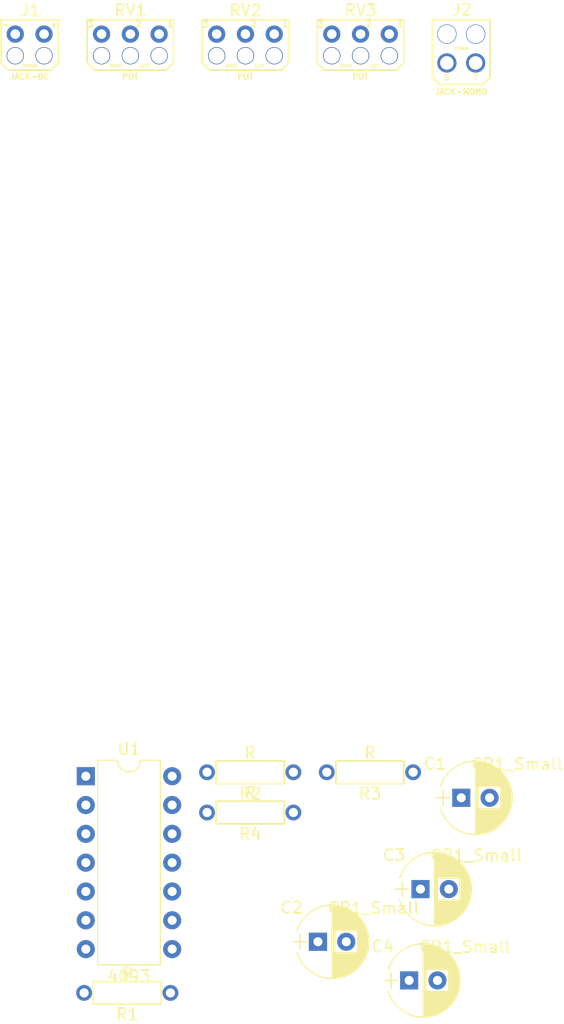
<source format=kicad_pcb>
(kicad_pcb (version 20171130) (host pcbnew "(5.1.5)-3")

  (general
    (thickness 1.6)
    (drawings 0)
    (tracks 0)
    (zones 0)
    (modules 14)
    (nets 15)
  )

  (page A4)
  (layers
    (0 F.Cu signal)
    (31 B.Cu signal)
    (32 B.Adhes user)
    (33 F.Adhes user)
    (34 B.Paste user)
    (35 F.Paste user)
    (36 B.SilkS user)
    (37 F.SilkS user)
    (38 B.Mask user)
    (39 F.Mask user)
    (40 Dwgs.User user)
    (41 Cmts.User user)
    (42 Eco1.User user)
    (43 Eco2.User user)
    (44 Edge.Cuts user)
    (45 Margin user)
    (46 B.CrtYd user)
    (47 F.CrtYd user)
    (48 B.Fab user)
    (49 F.Fab user)
  )

  (setup
    (last_trace_width 0.25)
    (trace_clearance 0.2)
    (zone_clearance 0.508)
    (zone_45_only no)
    (trace_min 0.2)
    (via_size 0.8)
    (via_drill 0.4)
    (via_min_size 0.4)
    (via_min_drill 0.3)
    (uvia_size 0.3)
    (uvia_drill 0.1)
    (uvias_allowed no)
    (uvia_min_size 0.2)
    (uvia_min_drill 0.1)
    (edge_width 0.05)
    (segment_width 0.2)
    (pcb_text_width 0.3)
    (pcb_text_size 1.5 1.5)
    (mod_edge_width 0.12)
    (mod_text_size 1 1)
    (mod_text_width 0.15)
    (pad_size 1.524 1.524)
    (pad_drill 0.762)
    (pad_to_mask_clearance 0.051)
    (solder_mask_min_width 0.25)
    (aux_axis_origin 0 0)
    (visible_elements FFFFFF7F)
    (pcbplotparams
      (layerselection 0x010fc_ffffffff)
      (usegerberextensions false)
      (usegerberattributes false)
      (usegerberadvancedattributes false)
      (creategerberjobfile false)
      (excludeedgelayer true)
      (linewidth 0.100000)
      (plotframeref false)
      (viasonmask false)
      (mode 1)
      (useauxorigin false)
      (hpglpennumber 1)
      (hpglpenspeed 20)
      (hpglpendiameter 15.000000)
      (psnegative false)
      (psa4output false)
      (plotreference true)
      (plotvalue true)
      (plotinvisibletext false)
      (padsonsilk false)
      (subtractmaskfromsilk false)
      (outputformat 1)
      (mirror false)
      (drillshape 1)
      (scaleselection 1)
      (outputdirectory ""))
  )

  (net 0 "")
  (net 1 GND)
  (net 2 "Net-(C1-Pad1)")
  (net 3 "Net-(C2-Pad1)")
  (net 4 "Net-(C3-Pad1)")
  (net 5 "Net-(C4-Pad2)")
  (net 6 "Net-(C4-Pad1)")
  (net 7 +9V)
  (net 8 "Net-(J2-Pad1)")
  (net 9 "Net-(R1-Pad2)")
  (net 10 "Net-(R1-Pad1)")
  (net 11 "Net-(R2-Pad2)")
  (net 12 "Net-(R2-Pad1)")
  (net 13 "Net-(R3-Pad2)")
  (net 14 "Net-(R3-Pad1)")

  (net_class Default "This is the default net class."
    (clearance 0.2)
    (trace_width 0.25)
    (via_dia 0.8)
    (via_drill 0.4)
    (uvia_dia 0.3)
    (uvia_drill 0.1)
    (add_net +9V)
    (add_net GND)
    (add_net "Net-(C1-Pad1)")
    (add_net "Net-(C2-Pad1)")
    (add_net "Net-(C3-Pad1)")
    (add_net "Net-(C4-Pad1)")
    (add_net "Net-(C4-Pad2)")
    (add_net "Net-(J2-Pad1)")
    (add_net "Net-(R1-Pad1)")
    (add_net "Net-(R1-Pad2)")
    (add_net "Net-(R2-Pad1)")
    (add_net "Net-(R2-Pad2)")
    (add_net "Net-(R3-Pad1)")
    (add_net "Net-(R3-Pad2)")
  )

  (module 4ms_Package_DIP:DIP-14_W7.62mm (layer F.Cu) (tedit 5A849021) (tstamp 5E609AB9)
    (at 109.1 107.37)
    (descr "14-lead dip package, row spacing 7.62 mm (300 mils)")
    (tags "DIL DIP PDIP 2.54mm 7.62mm 300mil")
    (path /5E609C3F)
    (fp_text reference U1 (at 3.81 -2.44) (layer F.SilkS)
      (effects (font (size 1 1) (thickness 0.15)))
    )
    (fp_text value 4093 (at 3.81 17.58) (layer F.SilkS)
      (effects (font (size 1 1) (thickness 0.15)))
    )
    (fp_text user "" (at 3.81 7.57) (layer F.SilkS)
      (effects (font (size 1 1) (thickness 0.15)))
    )
    (fp_line (start 2.81 -1.44) (end 1.04 -1.44) (layer F.SilkS) (width 0.12))
    (fp_line (start 1.04 -1.44) (end 1.04 16.58) (layer F.SilkS) (width 0.12))
    (fp_line (start 1.04 16.58) (end 6.58 16.58) (layer F.SilkS) (width 0.12))
    (fp_line (start 6.58 16.58) (end 6.58 -1.44) (layer F.SilkS) (width 0.12))
    (fp_line (start 6.58 -1.44) (end 4.81 -1.44) (layer F.SilkS) (width 0.12))
    (fp_line (start -1.1 -1.65) (end -1.1 16.75) (layer F.CrtYd) (width 0.05))
    (fp_line (start -1.1 16.75) (end 8.7 16.75) (layer F.CrtYd) (width 0.05))
    (fp_line (start 8.7 16.75) (end 8.7 -1.65) (layer F.CrtYd) (width 0.05))
    (fp_line (start 8.7 -1.65) (end -1.1 -1.65) (layer F.CrtYd) (width 0.05))
    (fp_arc (start 3.81 -1.44) (end 2.81 -1.44) (angle -180) (layer F.SilkS) (width 0.12))
    (pad 1 thru_hole rect (at 0 -0.05) (size 1.6 1.6) (drill 0.8) (layers *.Cu *.Mask)
      (net 2 "Net-(C1-Pad1)"))
    (pad 8 thru_hole oval (at 7.62 15.19) (size 1.6 1.6) (drill 0.8) (layers *.Cu *.Mask)
      (net 4 "Net-(C3-Pad1)"))
    (pad 2 thru_hole oval (at 0 2.49) (size 1.6 1.6) (drill 0.8) (layers *.Cu *.Mask)
      (net 2 "Net-(C1-Pad1)"))
    (pad 9 thru_hole oval (at 7.62 12.65) (size 1.6 1.6) (drill 0.8) (layers *.Cu *.Mask)
      (net 11 "Net-(R2-Pad2)"))
    (pad 3 thru_hole oval (at 0 5.03) (size 1.6 1.6) (drill 0.8) (layers *.Cu *.Mask)
      (net 9 "Net-(R1-Pad2)"))
    (pad 10 thru_hole oval (at 7.62 10.11) (size 1.6 1.6) (drill 0.8) (layers *.Cu *.Mask)
      (net 13 "Net-(R3-Pad2)"))
    (pad 4 thru_hole oval (at 0 7.57) (size 1.6 1.6) (drill 0.8) (layers *.Cu *.Mask)
      (net 11 "Net-(R2-Pad2)"))
    (pad 11 thru_hole oval (at 7.62 7.57) (size 1.6 1.6) (drill 0.8) (layers *.Cu *.Mask)
      (net 6 "Net-(C4-Pad1)"))
    (pad 5 thru_hole oval (at 0 10.11) (size 1.6 1.6) (drill 0.8) (layers *.Cu *.Mask)
      (net 3 "Net-(C2-Pad1)"))
    (pad 12 thru_hole oval (at 7.62 5.03) (size 1.6 1.6) (drill 0.8) (layers *.Cu *.Mask)
      (net 9 "Net-(R1-Pad2)"))
    (pad 6 thru_hole oval (at 0 12.65) (size 1.6 1.6) (drill 0.8) (layers *.Cu *.Mask)
      (net 3 "Net-(C2-Pad1)"))
    (pad 13 thru_hole oval (at 7.62 2.49) (size 1.6 1.6) (drill 0.8) (layers *.Cu *.Mask)
      (net 13 "Net-(R3-Pad2)"))
    (pad 7 thru_hole oval (at 0 15.19) (size 1.6 1.6) (drill 0.8) (layers *.Cu *.Mask)
      (net 1 GND))
    (pad 14 thru_hole oval (at 7.62 -0.05) (size 1.6 1.6) (drill 0.8) (layers *.Cu *.Mask)
      (net 7 +9V))
    (model ${KISYS3DMOD}/Housings_DIP.3dshapes/DIP-14_W7.62mm.wrl
      (at (xyz 0 0 0))
      (scale (xyz 1 1 1))
      (rotate (xyz 0 0 0))
    )
  )

  (module zfoot:Pot_Wired (layer F.Cu) (tedit 5A32E5F2) (tstamp 5E609A9C)
    (at 133.35 41.91 180)
    (path /5E62DED7)
    (fp_text reference RV3 (at 0 2.0955) (layer F.SilkS)
      (effects (font (size 1 1) (thickness 0.15)))
    )
    (fp_text value POT (at 0 -3.7465) (layer F.SilkS)
      (effects (font (size 0.5 0.5) (thickness 0.125)))
    )
    (fp_text user RIGHT (at 1.27 -2.794) (layer F.SilkS)
      (effects (font (size 0.25 0.25) (thickness 0.0625)))
    )
    (fp_text user 2 (at -0.725 0.875) (layer F.SilkS)
      (effects (font (size 0.5 0.5) (thickness 0.125)))
    )
    (fp_line (start 3.175 -3.175) (end -0.635 -3.175) (layer F.SilkS) (width 0.15))
    (fp_line (start -1.27 1.27) (end 3.81 1.27) (layer F.SilkS) (width 0.15))
    (fp_line (start -3.81 1.27) (end 1.27 1.27) (layer F.SilkS) (width 0.15))
    (fp_line (start 3.81 1.27) (end 3.81 -2.54) (layer F.SilkS) (width 0.15))
    (fp_line (start 3.81 -2.54) (end 3.175 -3.175) (layer F.SilkS) (width 0.15))
    (fp_line (start 0.635 -3.175) (end -3.175 -3.175) (layer F.SilkS) (width 0.15))
    (fp_line (start -3.175 -3.175) (end -3.81 -2.54) (layer F.SilkS) (width 0.15))
    (fp_line (start -3.81 -2.54) (end -3.81 1.27) (layer F.SilkS) (width 0.15))
    (fp_text user 1 (at -3.5 0.875) (layer F.SilkS)
      (effects (font (size 0.5 0.5) (thickness 0.125)))
    )
    (fp_text user 3 (at 3.5 0.85) (layer F.SilkS)
      (effects (font (size 0.5 0.5) (thickness 0.125)))
    )
    (fp_text user LEFT (at -1.27 -2.794) (layer F.SilkS)
      (effects (font (size 0.25 0.25) (thickness 0.0625)))
    )
    (pad "" thru_hole circle (at 2.54 -1.905 180) (size 1.524 1.524) (drill 1.4) (layers *.Cu *.Mask))
    (pad 3 thru_hole circle (at 2.54 0 180) (size 1.524 1.524) (drill 0.85) (layers *.Cu *.Mask)
      (net 14 "Net-(R3-Pad1)"))
    (pad 1 thru_hole circle (at -2.54 0 180) (size 1.524 1.524) (drill 0.85) (layers *.Cu *.Mask)
      (net 4 "Net-(C3-Pad1)"))
    (pad 2 thru_hole circle (at 0 0 180) (size 1.524 1.524) (drill 0.85) (layers *.Cu *.Mask)
      (net 14 "Net-(R3-Pad1)"))
    (pad "" thru_hole circle (at -2.54 -1.905 180) (size 1.524 1.524) (drill 1.4) (layers *.Cu *.Mask))
    (pad "" thru_hole circle (at 0 -1.905 180) (size 1.524 1.524) (drill 1.4) (layers *.Cu *.Mask))
  )

  (module zfoot:Pot_Wired (layer F.Cu) (tedit 5A32E5F2) (tstamp 5E609A85)
    (at 123.19 41.91 180)
    (path /5E6396CE)
    (fp_text reference RV2 (at 0 2.0955) (layer F.SilkS)
      (effects (font (size 1 1) (thickness 0.15)))
    )
    (fp_text value POT (at 0 -3.7465) (layer F.SilkS)
      (effects (font (size 0.5 0.5) (thickness 0.125)))
    )
    (fp_text user RIGHT (at 1.27 -2.794) (layer F.SilkS)
      (effects (font (size 0.25 0.25) (thickness 0.0625)))
    )
    (fp_text user 2 (at -0.725 0.875) (layer F.SilkS)
      (effects (font (size 0.5 0.5) (thickness 0.125)))
    )
    (fp_line (start 3.175 -3.175) (end -0.635 -3.175) (layer F.SilkS) (width 0.15))
    (fp_line (start -1.27 1.27) (end 3.81 1.27) (layer F.SilkS) (width 0.15))
    (fp_line (start -3.81 1.27) (end 1.27 1.27) (layer F.SilkS) (width 0.15))
    (fp_line (start 3.81 1.27) (end 3.81 -2.54) (layer F.SilkS) (width 0.15))
    (fp_line (start 3.81 -2.54) (end 3.175 -3.175) (layer F.SilkS) (width 0.15))
    (fp_line (start 0.635 -3.175) (end -3.175 -3.175) (layer F.SilkS) (width 0.15))
    (fp_line (start -3.175 -3.175) (end -3.81 -2.54) (layer F.SilkS) (width 0.15))
    (fp_line (start -3.81 -2.54) (end -3.81 1.27) (layer F.SilkS) (width 0.15))
    (fp_text user 1 (at -3.5 0.875) (layer F.SilkS)
      (effects (font (size 0.5 0.5) (thickness 0.125)))
    )
    (fp_text user 3 (at 3.5 0.85) (layer F.SilkS)
      (effects (font (size 0.5 0.5) (thickness 0.125)))
    )
    (fp_text user LEFT (at -1.27 -2.794) (layer F.SilkS)
      (effects (font (size 0.25 0.25) (thickness 0.0625)))
    )
    (pad "" thru_hole circle (at 2.54 -1.905 180) (size 1.524 1.524) (drill 1.4) (layers *.Cu *.Mask))
    (pad 3 thru_hole circle (at 2.54 0 180) (size 1.524 1.524) (drill 0.85) (layers *.Cu *.Mask)
      (net 12 "Net-(R2-Pad1)"))
    (pad 1 thru_hole circle (at -2.54 0 180) (size 1.524 1.524) (drill 0.85) (layers *.Cu *.Mask)
      (net 3 "Net-(C2-Pad1)"))
    (pad 2 thru_hole circle (at 0 0 180) (size 1.524 1.524) (drill 0.85) (layers *.Cu *.Mask)
      (net 12 "Net-(R2-Pad1)"))
    (pad "" thru_hole circle (at -2.54 -1.905 180) (size 1.524 1.524) (drill 1.4) (layers *.Cu *.Mask))
    (pad "" thru_hole circle (at 0 -1.905 180) (size 1.524 1.524) (drill 1.4) (layers *.Cu *.Mask))
  )

  (module zfoot:Pot_Wired (layer F.Cu) (tedit 5A32E5F2) (tstamp 5E609A6E)
    (at 113.03 41.91 180)
    (path /5E627817)
    (fp_text reference RV1 (at 0 2.0955) (layer F.SilkS)
      (effects (font (size 1 1) (thickness 0.15)))
    )
    (fp_text value POT (at 0 -3.7465) (layer F.SilkS)
      (effects (font (size 0.5 0.5) (thickness 0.125)))
    )
    (fp_text user RIGHT (at 1.27 -2.794) (layer F.SilkS)
      (effects (font (size 0.25 0.25) (thickness 0.0625)))
    )
    (fp_text user 2 (at -0.725 0.875) (layer F.SilkS)
      (effects (font (size 0.5 0.5) (thickness 0.125)))
    )
    (fp_line (start 3.175 -3.175) (end -0.635 -3.175) (layer F.SilkS) (width 0.15))
    (fp_line (start -1.27 1.27) (end 3.81 1.27) (layer F.SilkS) (width 0.15))
    (fp_line (start -3.81 1.27) (end 1.27 1.27) (layer F.SilkS) (width 0.15))
    (fp_line (start 3.81 1.27) (end 3.81 -2.54) (layer F.SilkS) (width 0.15))
    (fp_line (start 3.81 -2.54) (end 3.175 -3.175) (layer F.SilkS) (width 0.15))
    (fp_line (start 0.635 -3.175) (end -3.175 -3.175) (layer F.SilkS) (width 0.15))
    (fp_line (start -3.175 -3.175) (end -3.81 -2.54) (layer F.SilkS) (width 0.15))
    (fp_line (start -3.81 -2.54) (end -3.81 1.27) (layer F.SilkS) (width 0.15))
    (fp_text user 1 (at -3.5 0.875) (layer F.SilkS)
      (effects (font (size 0.5 0.5) (thickness 0.125)))
    )
    (fp_text user 3 (at 3.5 0.85) (layer F.SilkS)
      (effects (font (size 0.5 0.5) (thickness 0.125)))
    )
    (fp_text user LEFT (at -1.27 -2.794) (layer F.SilkS)
      (effects (font (size 0.25 0.25) (thickness 0.0625)))
    )
    (pad "" thru_hole circle (at 2.54 -1.905 180) (size 1.524 1.524) (drill 1.4) (layers *.Cu *.Mask))
    (pad 3 thru_hole circle (at 2.54 0 180) (size 1.524 1.524) (drill 0.85) (layers *.Cu *.Mask)
      (net 10 "Net-(R1-Pad1)"))
    (pad 1 thru_hole circle (at -2.54 0 180) (size 1.524 1.524) (drill 0.85) (layers *.Cu *.Mask)
      (net 2 "Net-(C1-Pad1)"))
    (pad 2 thru_hole circle (at 0 0 180) (size 1.524 1.524) (drill 0.85) (layers *.Cu *.Mask)
      (net 10 "Net-(R1-Pad1)"))
    (pad "" thru_hole circle (at -2.54 -1.905 180) (size 1.524 1.524) (drill 1.4) (layers *.Cu *.Mask))
    (pad "" thru_hole circle (at 0 -1.905 180) (size 1.524 1.524) (drill 1.4) (layers *.Cu *.Mask))
  )

  (module 4ms_Resistor:R_Axial_DIN0207_L6.3mm_D2.5mm_P7.62mm_Horizontal (layer F.Cu) (tedit 5A3C124F) (tstamp 5E609A57)
    (at 123.61 110.52)
    (descr "Resitance 3 pas")
    (tags R)
    (path /5E611333)
    (fp_text reference R4 (at 0 1.89) (layer F.SilkS)
      (effects (font (size 1.016 1.016) (thickness 0.1524)))
    )
    (fp_text value R (at 0 -1.71) (layer F.SilkS)
      (effects (font (size 1.016 1.016) (thickness 0.1524)))
    )
    (fp_line (start -4.76 1.25) (end -4.76 -1.25) (layer F.CrtYd) (width 0.05))
    (fp_line (start 4.76 1.25) (end -4.76 1.25) (layer F.CrtYd) (width 0.05))
    (fp_line (start 4.76 -1.25) (end 4.76 1.25) (layer F.CrtYd) (width 0.05))
    (fp_line (start -4.76 -1.25) (end 4.76 -1.25) (layer F.CrtYd) (width 0.05))
    (fp_line (start 3 1) (end 3 -1) (layer F.SilkS) (width 0.15))
    (fp_line (start -3 1) (end 3 1) (layer F.SilkS) (width 0.15))
    (fp_line (start -3 -1) (end -3 1) (layer F.SilkS) (width 0.15))
    (fp_line (start 3 -1) (end -3 -1) (layer F.SilkS) (width 0.15))
    (pad 2 thru_hole circle (at 3.81 0) (size 1.397 1.397) (drill 0.8128) (layers *.Cu *.Mask)
      (net 5 "Net-(C4-Pad2)"))
    (pad 1 thru_hole circle (at -3.81 0) (size 1.397 1.397) (drill 0.8128) (layers *.Cu *.Mask)
      (net 8 "Net-(J2-Pad1)"))
    (model Discret.3dshapes/R3.wrl
      (at (xyz 0 0 0))
      (scale (xyz 0.3 0.3 0.3))
      (rotate (xyz 0 0 0))
    )
  )

  (module 4ms_Resistor:R_Axial_DIN0207_L6.3mm_D2.5mm_P7.62mm_Horizontal (layer F.Cu) (tedit 5A3C124F) (tstamp 5E609A49)
    (at 134.18 106.97)
    (descr "Resitance 3 pas")
    (tags R)
    (path /5E62DEBB)
    (fp_text reference R3 (at 0 1.89) (layer F.SilkS)
      (effects (font (size 1.016 1.016) (thickness 0.1524)))
    )
    (fp_text value R (at 0 -1.71) (layer F.SilkS)
      (effects (font (size 1.016 1.016) (thickness 0.1524)))
    )
    (fp_line (start -4.76 1.25) (end -4.76 -1.25) (layer F.CrtYd) (width 0.05))
    (fp_line (start 4.76 1.25) (end -4.76 1.25) (layer F.CrtYd) (width 0.05))
    (fp_line (start 4.76 -1.25) (end 4.76 1.25) (layer F.CrtYd) (width 0.05))
    (fp_line (start -4.76 -1.25) (end 4.76 -1.25) (layer F.CrtYd) (width 0.05))
    (fp_line (start 3 1) (end 3 -1) (layer F.SilkS) (width 0.15))
    (fp_line (start -3 1) (end 3 1) (layer F.SilkS) (width 0.15))
    (fp_line (start -3 -1) (end -3 1) (layer F.SilkS) (width 0.15))
    (fp_line (start 3 -1) (end -3 -1) (layer F.SilkS) (width 0.15))
    (pad 2 thru_hole circle (at 3.81 0) (size 1.397 1.397) (drill 0.8128) (layers *.Cu *.Mask)
      (net 13 "Net-(R3-Pad2)"))
    (pad 1 thru_hole circle (at -3.81 0) (size 1.397 1.397) (drill 0.8128) (layers *.Cu *.Mask)
      (net 14 "Net-(R3-Pad1)"))
    (model Discret.3dshapes/R3.wrl
      (at (xyz 0 0 0))
      (scale (xyz 0.3 0.3 0.3))
      (rotate (xyz 0 0 0))
    )
  )

  (module 4ms_Resistor:R_Axial_DIN0207_L6.3mm_D2.5mm_P7.62mm_Horizontal (layer F.Cu) (tedit 5A3C124F) (tstamp 5E609A3B)
    (at 123.61 106.97)
    (descr "Resitance 3 pas")
    (tags R)
    (path /5E6396B2)
    (fp_text reference R2 (at 0 1.89) (layer F.SilkS)
      (effects (font (size 1.016 1.016) (thickness 0.1524)))
    )
    (fp_text value R (at 0 -1.71) (layer F.SilkS)
      (effects (font (size 1.016 1.016) (thickness 0.1524)))
    )
    (fp_line (start -4.76 1.25) (end -4.76 -1.25) (layer F.CrtYd) (width 0.05))
    (fp_line (start 4.76 1.25) (end -4.76 1.25) (layer F.CrtYd) (width 0.05))
    (fp_line (start 4.76 -1.25) (end 4.76 1.25) (layer F.CrtYd) (width 0.05))
    (fp_line (start -4.76 -1.25) (end 4.76 -1.25) (layer F.CrtYd) (width 0.05))
    (fp_line (start 3 1) (end 3 -1) (layer F.SilkS) (width 0.15))
    (fp_line (start -3 1) (end 3 1) (layer F.SilkS) (width 0.15))
    (fp_line (start -3 -1) (end -3 1) (layer F.SilkS) (width 0.15))
    (fp_line (start 3 -1) (end -3 -1) (layer F.SilkS) (width 0.15))
    (pad 2 thru_hole circle (at 3.81 0) (size 1.397 1.397) (drill 0.8128) (layers *.Cu *.Mask)
      (net 11 "Net-(R2-Pad2)"))
    (pad 1 thru_hole circle (at -3.81 0) (size 1.397 1.397) (drill 0.8128) (layers *.Cu *.Mask)
      (net 12 "Net-(R2-Pad1)"))
    (model Discret.3dshapes/R3.wrl
      (at (xyz 0 0 0))
      (scale (xyz 0.3 0.3 0.3))
      (rotate (xyz 0 0 0))
    )
  )

  (module 4ms_Resistor:R_Axial_DIN0207_L6.3mm_D2.5mm_P7.62mm_Horizontal (layer F.Cu) (tedit 5A3C124F) (tstamp 5E609A2D)
    (at 112.76 126.42)
    (descr "Resitance 3 pas")
    (tags R)
    (path /5E62317F)
    (fp_text reference R1 (at 0 1.89) (layer F.SilkS)
      (effects (font (size 1.016 1.016) (thickness 0.1524)))
    )
    (fp_text value R (at 0 -1.71) (layer F.SilkS)
      (effects (font (size 1.016 1.016) (thickness 0.1524)))
    )
    (fp_line (start -4.76 1.25) (end -4.76 -1.25) (layer F.CrtYd) (width 0.05))
    (fp_line (start 4.76 1.25) (end -4.76 1.25) (layer F.CrtYd) (width 0.05))
    (fp_line (start 4.76 -1.25) (end 4.76 1.25) (layer F.CrtYd) (width 0.05))
    (fp_line (start -4.76 -1.25) (end 4.76 -1.25) (layer F.CrtYd) (width 0.05))
    (fp_line (start 3 1) (end 3 -1) (layer F.SilkS) (width 0.15))
    (fp_line (start -3 1) (end 3 1) (layer F.SilkS) (width 0.15))
    (fp_line (start -3 -1) (end -3 1) (layer F.SilkS) (width 0.15))
    (fp_line (start 3 -1) (end -3 -1) (layer F.SilkS) (width 0.15))
    (pad 2 thru_hole circle (at 3.81 0) (size 1.397 1.397) (drill 0.8128) (layers *.Cu *.Mask)
      (net 9 "Net-(R1-Pad2)"))
    (pad 1 thru_hole circle (at -3.81 0) (size 1.397 1.397) (drill 0.8128) (layers *.Cu *.Mask)
      (net 10 "Net-(R1-Pad1)"))
    (model Discret.3dshapes/R3.wrl
      (at (xyz 0 0 0))
      (scale (xyz 0.3 0.3 0.3))
      (rotate (xyz 0 0 0))
    )
  )

  (module zfoot:Jack_Instrument_Bigger (layer F.Cu) (tedit 5ABC9437) (tstamp 5E609A1F)
    (at 142.24 43.18)
    (path /5E6249DF)
    (fp_text reference J2 (at 0.0635 -3.429 180) (layer F.SilkS)
      (effects (font (size 1 1) (thickness 0.15)))
    )
    (fp_text value JACK-MONO (at 0 3.81 180) (layer F.SilkS)
      (effects (font (size 0.5 0.5) (thickness 0.125)))
    )
    (fp_text user STRAIN (at 0 0 180) (layer F.SilkS)
      (effects (font (size 0.25 0.25) (thickness 0.0625)))
    )
    (fp_text user S (at -1.27 2.54 180) (layer F.SilkS)
      (effects (font (size 0.5 0.5) (thickness 0.125)))
    )
    (fp_text user T (at 1.27 2.54 180) (layer F.SilkS)
      (effects (font (size 0.5 0.5) (thickness 0.125)))
    )
    (fp_line (start -2.54 2.54) (end -2.54 -2.54) (layer F.SilkS) (width 0.15))
    (fp_line (start -1.905 3.175) (end -2.54 2.54) (layer F.SilkS) (width 0.15))
    (fp_line (start 1.905 3.175) (end -1.905 3.175) (layer F.SilkS) (width 0.15))
    (fp_line (start 2.54 2.54) (end 1.905 3.175) (layer F.SilkS) (width 0.15))
    (fp_line (start 2.54 -2.54) (end 2.54 2.54) (layer F.SilkS) (width 0.15))
    (fp_line (start -2.54 -2.54) (end 2.54 -2.54) (layer F.SilkS) (width 0.15))
    (pad "" thru_hole circle (at 1.27 -1.27 180) (size 1.7 1.7) (drill 1.6) (layers *.Cu *.Mask))
    (pad "" thru_hole circle (at -1.27 -1.27 180) (size 1.7 1.7) (drill 1.6) (layers *.Cu *.Mask))
    (pad 2 thru_hole circle (at -1.27 1.27 180) (size 1.7 1.7) (drill 1.2) (layers *.Cu *.Mask)
      (net 1 GND))
    (pad 1 thru_hole circle (at 1.27 1.27 180) (size 1.7 1.7) (drill 1.2) (layers *.Cu *.Mask)
      (net 8 "Net-(J2-Pad1)"))
  )

  (module zfoot:Jack_DC (layer F.Cu) (tedit 59A8BE34) (tstamp 5E609A0E)
    (at 104.14 41.91 180)
    (path /5E667FA7)
    (fp_text reference J1 (at -0.0635 2.0955) (layer F.SilkS)
      (effects (font (size 1 1) (thickness 0.15)))
    )
    (fp_text value JACK-DC (at 0 -3.7465) (layer F.SilkS)
      (effects (font (size 0.5 0.5) (thickness 0.125)))
    )
    (fp_text user STRAIN (at 0 -2.794) (layer F.SilkS)
      (effects (font (size 0.25 0.25) (thickness 0.0625)))
    )
    (fp_text user - (at 2.159 0.8255) (layer F.SilkS)
      (effects (font (size 0.5 0.5) (thickness 0.125)))
    )
    (fp_text user + (at -2.159 0.8255) (layer F.SilkS)
      (effects (font (size 0.5 0.5) (thickness 0.125)))
    )
    (fp_line (start -2.54 -2.54) (end -2.54 1.27) (layer F.SilkS) (width 0.15))
    (fp_line (start -1.905 -3.175) (end -2.54 -2.54) (layer F.SilkS) (width 0.15))
    (fp_line (start 1.905 -3.175) (end -1.905 -3.175) (layer F.SilkS) (width 0.15))
    (fp_line (start 2.54 -2.54) (end 1.905 -3.175) (layer F.SilkS) (width 0.15))
    (fp_line (start 2.54 1.27) (end 2.54 -2.54) (layer F.SilkS) (width 0.15))
    (fp_line (start -2.54 1.27) (end 2.54 1.27) (layer F.SilkS) (width 0.15))
    (pad "" thru_hole circle (at 1.27 -1.905 180) (size 1.524 1.524) (drill 1.4) (layers *.Cu *.Mask))
    (pad "" thru_hole circle (at -1.27 -1.905 180) (size 1.524 1.524) (drill 1.4) (layers *.Cu *.Mask))
    (pad 2 thru_hole circle (at 1.27 0 180) (size 1.524 1.524) (drill 0.85) (layers *.Cu *.Mask)
      (net 1 GND))
    (pad 1 thru_hole circle (at -1.27 0 180) (size 1.524 1.524) (drill 0.85) (layers *.Cu *.Mask)
      (net 7 +9V))
  )

  (module 4ms_Capacitor:CP_Radial_P2.5mm (layer F.Cu) (tedit 5A8747F1) (tstamp 5E6099FD)
    (at 137.64 125.32)
    (descr "CP, Radial series, Radial, pin pitch=2.50mm, , diameter=6.3mm, Electrolytic Capacitor")
    (tags "CP Radial series Radial pin pitch 2.50mm  diameter 6.3mm Electrolytic Capacitor")
    (path /5E610196)
    (fp_text reference C4 (at -2.33 -3) (layer F.SilkS)
      (effects (font (size 1.016 1.016) (thickness 0.1524)))
    )
    (fp_text value CP1_Small (at 4.92 -2.96) (layer F.SilkS)
      (effects (font (size 1.016 1.016) (thickness 0.1524)))
    )
    (fp_arc (start 1.25 0) (end 4.338236 -0.98) (angle 35.2) (layer F.SilkS) (width 0.12))
    (fp_arc (start 1.25 0) (end -1.838236 0.98) (angle -144.8) (layer F.SilkS) (width 0.12))
    (fp_arc (start 1.25 0) (end -1.838236 -0.98) (angle 144.8) (layer F.SilkS) (width 0.12))
    (fp_line (start 4.75 -3.5) (end -2.25 -3.5) (layer F.CrtYd) (width 0.05))
    (fp_line (start 4.75 3.5) (end 4.75 -3.5) (layer F.CrtYd) (width 0.05))
    (fp_line (start -2.25 3.5) (end 4.75 3.5) (layer F.CrtYd) (width 0.05))
    (fp_line (start -2.25 -3.5) (end -2.25 3.5) (layer F.CrtYd) (width 0.05))
    (fp_line (start -1.6 -0.65) (end -1.6 0.65) (layer F.SilkS) (width 0.12))
    (fp_line (start -2.2 0) (end -1 0) (layer F.SilkS) (width 0.12))
    (fp_line (start 4.451 -0.468) (end 4.451 0.468) (layer F.SilkS) (width 0.12))
    (fp_line (start 4.411 -0.676) (end 4.411 0.676) (layer F.SilkS) (width 0.12))
    (fp_line (start 4.371 -0.834) (end 4.371 0.834) (layer F.SilkS) (width 0.12))
    (fp_line (start 4.331 -0.966) (end 4.331 0.966) (layer F.SilkS) (width 0.12))
    (fp_line (start 4.291 -1.081) (end 4.291 1.081) (layer F.SilkS) (width 0.12))
    (fp_line (start 4.251 -1.184) (end 4.251 1.184) (layer F.SilkS) (width 0.12))
    (fp_line (start 4.211 -1.278) (end 4.211 1.278) (layer F.SilkS) (width 0.12))
    (fp_line (start 4.171 -1.364) (end 4.171 1.364) (layer F.SilkS) (width 0.12))
    (fp_line (start 4.131 -1.445) (end 4.131 1.445) (layer F.SilkS) (width 0.12))
    (fp_line (start 4.091 -1.52) (end 4.091 1.52) (layer F.SilkS) (width 0.12))
    (fp_line (start 4.051 -1.591) (end 4.051 1.591) (layer F.SilkS) (width 0.12))
    (fp_line (start 4.011 -1.658) (end 4.011 1.658) (layer F.SilkS) (width 0.12))
    (fp_line (start 3.971 -1.721) (end 3.971 1.721) (layer F.SilkS) (width 0.12))
    (fp_line (start 3.931 -1.781) (end 3.931 1.781) (layer F.SilkS) (width 0.12))
    (fp_line (start 3.891 -1.839) (end 3.891 1.839) (layer F.SilkS) (width 0.12))
    (fp_line (start 3.851 -1.894) (end 3.851 1.894) (layer F.SilkS) (width 0.12))
    (fp_line (start 3.811 -1.946) (end 3.811 1.946) (layer F.SilkS) (width 0.12))
    (fp_line (start 3.771 -1.997) (end 3.771 1.997) (layer F.SilkS) (width 0.12))
    (fp_line (start 3.731 -2.045) (end 3.731 2.045) (layer F.SilkS) (width 0.12))
    (fp_line (start 3.691 -2.092) (end 3.691 2.092) (layer F.SilkS) (width 0.12))
    (fp_line (start 3.651 -2.137) (end 3.651 2.137) (layer F.SilkS) (width 0.12))
    (fp_line (start 3.611 -2.18) (end 3.611 2.18) (layer F.SilkS) (width 0.12))
    (fp_line (start 3.571 -2.222) (end 3.571 2.222) (layer F.SilkS) (width 0.12))
    (fp_line (start 3.531 -2.262) (end 3.531 2.262) (layer F.SilkS) (width 0.12))
    (fp_line (start 3.491 -2.301) (end 3.491 2.301) (layer F.SilkS) (width 0.12))
    (fp_line (start 3.451 0.98) (end 3.451 2.339) (layer F.SilkS) (width 0.12))
    (fp_line (start 3.451 -2.339) (end 3.451 -0.98) (layer F.SilkS) (width 0.12))
    (fp_line (start 3.411 0.98) (end 3.411 2.375) (layer F.SilkS) (width 0.12))
    (fp_line (start 3.411 -2.375) (end 3.411 -0.98) (layer F.SilkS) (width 0.12))
    (fp_line (start 3.371 0.98) (end 3.371 2.411) (layer F.SilkS) (width 0.12))
    (fp_line (start 3.371 -2.411) (end 3.371 -0.98) (layer F.SilkS) (width 0.12))
    (fp_line (start 3.331 0.98) (end 3.331 2.445) (layer F.SilkS) (width 0.12))
    (fp_line (start 3.331 -2.445) (end 3.331 -0.98) (layer F.SilkS) (width 0.12))
    (fp_line (start 3.291 0.98) (end 3.291 2.478) (layer F.SilkS) (width 0.12))
    (fp_line (start 3.291 -2.478) (end 3.291 -0.98) (layer F.SilkS) (width 0.12))
    (fp_line (start 3.251 0.98) (end 3.251 2.51) (layer F.SilkS) (width 0.12))
    (fp_line (start 3.251 -2.51) (end 3.251 -0.98) (layer F.SilkS) (width 0.12))
    (fp_line (start 3.211 0.98) (end 3.211 2.54) (layer F.SilkS) (width 0.12))
    (fp_line (start 3.211 -2.54) (end 3.211 -0.98) (layer F.SilkS) (width 0.12))
    (fp_line (start 3.171 0.98) (end 3.171 2.57) (layer F.SilkS) (width 0.12))
    (fp_line (start 3.171 -2.57) (end 3.171 -0.98) (layer F.SilkS) (width 0.12))
    (fp_line (start 3.131 0.98) (end 3.131 2.599) (layer F.SilkS) (width 0.12))
    (fp_line (start 3.131 -2.599) (end 3.131 -0.98) (layer F.SilkS) (width 0.12))
    (fp_line (start 3.091 0.98) (end 3.091 2.627) (layer F.SilkS) (width 0.12))
    (fp_line (start 3.091 -2.627) (end 3.091 -0.98) (layer F.SilkS) (width 0.12))
    (fp_line (start 3.051 0.98) (end 3.051 2.654) (layer F.SilkS) (width 0.12))
    (fp_line (start 3.051 -2.654) (end 3.051 -0.98) (layer F.SilkS) (width 0.12))
    (fp_line (start 3.011 0.98) (end 3.011 2.681) (layer F.SilkS) (width 0.12))
    (fp_line (start 3.011 -2.681) (end 3.011 -0.98) (layer F.SilkS) (width 0.12))
    (fp_line (start 2.971 0.98) (end 2.971 2.706) (layer F.SilkS) (width 0.12))
    (fp_line (start 2.971 -2.706) (end 2.971 -0.98) (layer F.SilkS) (width 0.12))
    (fp_line (start 2.931 0.98) (end 2.931 2.731) (layer F.SilkS) (width 0.12))
    (fp_line (start 2.931 -2.731) (end 2.931 -0.98) (layer F.SilkS) (width 0.12))
    (fp_line (start 2.891 0.98) (end 2.891 2.755) (layer F.SilkS) (width 0.12))
    (fp_line (start 2.891 -2.755) (end 2.891 -0.98) (layer F.SilkS) (width 0.12))
    (fp_line (start 2.851 0.98) (end 2.851 2.778) (layer F.SilkS) (width 0.12))
    (fp_line (start 2.851 -2.778) (end 2.851 -0.98) (layer F.SilkS) (width 0.12))
    (fp_line (start 2.811 0.98) (end 2.811 2.8) (layer F.SilkS) (width 0.12))
    (fp_line (start 2.811 -2.8) (end 2.811 -0.98) (layer F.SilkS) (width 0.12))
    (fp_line (start 2.771 0.98) (end 2.771 2.822) (layer F.SilkS) (width 0.12))
    (fp_line (start 2.771 -2.822) (end 2.771 -0.98) (layer F.SilkS) (width 0.12))
    (fp_line (start 2.731 0.98) (end 2.731 2.843) (layer F.SilkS) (width 0.12))
    (fp_line (start 2.731 -2.843) (end 2.731 -0.98) (layer F.SilkS) (width 0.12))
    (fp_line (start 2.691 0.98) (end 2.691 2.863) (layer F.SilkS) (width 0.12))
    (fp_line (start 2.691 -2.863) (end 2.691 -0.98) (layer F.SilkS) (width 0.12))
    (fp_line (start 2.651 0.98) (end 2.651 2.882) (layer F.SilkS) (width 0.12))
    (fp_line (start 2.651 -2.882) (end 2.651 -0.98) (layer F.SilkS) (width 0.12))
    (fp_line (start 2.611 0.98) (end 2.611 2.901) (layer F.SilkS) (width 0.12))
    (fp_line (start 2.611 -2.901) (end 2.611 -0.98) (layer F.SilkS) (width 0.12))
    (fp_line (start 2.571 0.98) (end 2.571 2.919) (layer F.SilkS) (width 0.12))
    (fp_line (start 2.571 -2.919) (end 2.571 -0.98) (layer F.SilkS) (width 0.12))
    (fp_line (start 2.531 0.98) (end 2.531 2.937) (layer F.SilkS) (width 0.12))
    (fp_line (start 2.531 -2.937) (end 2.531 -0.98) (layer F.SilkS) (width 0.12))
    (fp_line (start 2.491 0.98) (end 2.491 2.954) (layer F.SilkS) (width 0.12))
    (fp_line (start 2.491 -2.954) (end 2.491 -0.98) (layer F.SilkS) (width 0.12))
    (fp_line (start 2.451 0.98) (end 2.451 2.97) (layer F.SilkS) (width 0.12))
    (fp_line (start 2.451 -2.97) (end 2.451 -0.98) (layer F.SilkS) (width 0.12))
    (fp_line (start 2.411 0.98) (end 2.411 2.986) (layer F.SilkS) (width 0.12))
    (fp_line (start 2.411 -2.986) (end 2.411 -0.98) (layer F.SilkS) (width 0.12))
    (fp_line (start 2.371 0.98) (end 2.371 3.001) (layer F.SilkS) (width 0.12))
    (fp_line (start 2.371 -3.001) (end 2.371 -0.98) (layer F.SilkS) (width 0.12))
    (fp_line (start 2.331 0.98) (end 2.331 3.015) (layer F.SilkS) (width 0.12))
    (fp_line (start 2.331 -3.015) (end 2.331 -0.98) (layer F.SilkS) (width 0.12))
    (fp_line (start 2.291 0.98) (end 2.291 3.029) (layer F.SilkS) (width 0.12))
    (fp_line (start 2.291 -3.029) (end 2.291 -0.98) (layer F.SilkS) (width 0.12))
    (fp_line (start 2.251 0.98) (end 2.251 3.042) (layer F.SilkS) (width 0.12))
    (fp_line (start 2.251 -3.042) (end 2.251 -0.98) (layer F.SilkS) (width 0.12))
    (fp_line (start 2.211 0.98) (end 2.211 3.055) (layer F.SilkS) (width 0.12))
    (fp_line (start 2.211 -3.055) (end 2.211 -0.98) (layer F.SilkS) (width 0.12))
    (fp_line (start 2.171 0.98) (end 2.171 3.067) (layer F.SilkS) (width 0.12))
    (fp_line (start 2.171 -3.067) (end 2.171 -0.98) (layer F.SilkS) (width 0.12))
    (fp_line (start 2.131 0.98) (end 2.131 3.079) (layer F.SilkS) (width 0.12))
    (fp_line (start 2.131 -3.079) (end 2.131 -0.98) (layer F.SilkS) (width 0.12))
    (fp_line (start 2.091 0.98) (end 2.091 3.09) (layer F.SilkS) (width 0.12))
    (fp_line (start 2.091 -3.09) (end 2.091 -0.98) (layer F.SilkS) (width 0.12))
    (fp_line (start 2.051 0.98) (end 2.051 3.1) (layer F.SilkS) (width 0.12))
    (fp_line (start 2.051 -3.1) (end 2.051 -0.98) (layer F.SilkS) (width 0.12))
    (fp_line (start 2.011 0.98) (end 2.011 3.11) (layer F.SilkS) (width 0.12))
    (fp_line (start 2.011 -3.11) (end 2.011 -0.98) (layer F.SilkS) (width 0.12))
    (fp_line (start 1.971 0.98) (end 1.971 3.119) (layer F.SilkS) (width 0.12))
    (fp_line (start 1.971 -3.119) (end 1.971 -0.98) (layer F.SilkS) (width 0.12))
    (fp_line (start 1.93 0.98) (end 1.93 3.128) (layer F.SilkS) (width 0.12))
    (fp_line (start 1.93 -3.128) (end 1.93 -0.98) (layer F.SilkS) (width 0.12))
    (fp_line (start 1.89 0.98) (end 1.89 3.137) (layer F.SilkS) (width 0.12))
    (fp_line (start 1.89 -3.137) (end 1.89 -0.98) (layer F.SilkS) (width 0.12))
    (fp_line (start 1.85 0.98) (end 1.85 3.144) (layer F.SilkS) (width 0.12))
    (fp_line (start 1.85 -3.144) (end 1.85 -0.98) (layer F.SilkS) (width 0.12))
    (fp_line (start 1.81 0.98) (end 1.81 3.152) (layer F.SilkS) (width 0.12))
    (fp_line (start 1.81 -3.152) (end 1.81 -0.98) (layer F.SilkS) (width 0.12))
    (fp_line (start 1.77 0.98) (end 1.77 3.158) (layer F.SilkS) (width 0.12))
    (fp_line (start 1.77 -3.158) (end 1.77 -0.98) (layer F.SilkS) (width 0.12))
    (fp_line (start 1.73 0.98) (end 1.73 3.165) (layer F.SilkS) (width 0.12))
    (fp_line (start 1.73 -3.165) (end 1.73 -0.98) (layer F.SilkS) (width 0.12))
    (fp_line (start 1.69 0.98) (end 1.69 3.17) (layer F.SilkS) (width 0.12))
    (fp_line (start 1.69 -3.17) (end 1.69 -0.98) (layer F.SilkS) (width 0.12))
    (fp_line (start 1.65 0.98) (end 1.65 3.176) (layer F.SilkS) (width 0.12))
    (fp_line (start 1.65 -3.176) (end 1.65 -0.98) (layer F.SilkS) (width 0.12))
    (fp_line (start 1.61 0.98) (end 1.61 3.18) (layer F.SilkS) (width 0.12))
    (fp_line (start 1.61 -3.18) (end 1.61 -0.98) (layer F.SilkS) (width 0.12))
    (fp_line (start 1.57 0.98) (end 1.57 3.185) (layer F.SilkS) (width 0.12))
    (fp_line (start 1.57 -3.185) (end 1.57 -0.98) (layer F.SilkS) (width 0.12))
    (fp_line (start 1.53 0.98) (end 1.53 3.188) (layer F.SilkS) (width 0.12))
    (fp_line (start 1.53 -3.188) (end 1.53 -0.98) (layer F.SilkS) (width 0.12))
    (fp_line (start 1.49 -3.192) (end 1.49 3.192) (layer F.SilkS) (width 0.12))
    (fp_line (start 1.45 -3.194) (end 1.45 3.194) (layer F.SilkS) (width 0.12))
    (fp_line (start 1.41 -3.197) (end 1.41 3.197) (layer F.SilkS) (width 0.12))
    (fp_line (start 1.37 -3.198) (end 1.37 3.198) (layer F.SilkS) (width 0.12))
    (fp_line (start 1.33 -3.2) (end 1.33 3.2) (layer F.SilkS) (width 0.12))
    (fp_line (start 1.29 -3.2) (end 1.29 3.2) (layer F.SilkS) (width 0.12))
    (fp_line (start 1.25 -3.2) (end 1.25 3.2) (layer F.SilkS) (width 0.12))
    (pad 2 thru_hole circle (at 2.5 0) (size 1.6 1.6) (drill 0.8) (layers *.Cu *.Mask)
      (net 5 "Net-(C4-Pad2)"))
    (pad 1 thru_hole rect (at 0 0) (size 1.6 1.6) (drill 0.8) (layers *.Cu *.Mask)
      (net 6 "Net-(C4-Pad1)"))
    (model ${KISYS3DMOD}/Capacitors_THT.3dshapes/CP_Radial_D6.3mm_P2.50mm.wrl
      (at (xyz 0 0 0))
      (scale (xyz 1 1 1))
      (rotate (xyz 0 0 0))
    )
  )

  (module 4ms_Capacitor:CP_Radial_P2.5mm (layer F.Cu) (tedit 5A8747F1) (tstamp 5E60996C)
    (at 138.64 117.27)
    (descr "CP, Radial series, Radial, pin pitch=2.50mm, , diameter=6.3mm, Electrolytic Capacitor")
    (tags "CP Radial series Radial pin pitch 2.50mm  diameter 6.3mm Electrolytic Capacitor")
    (path /5E62DEB5)
    (fp_text reference C3 (at -2.33 -3) (layer F.SilkS)
      (effects (font (size 1.016 1.016) (thickness 0.1524)))
    )
    (fp_text value CP1_Small (at 4.92 -2.96) (layer F.SilkS)
      (effects (font (size 1.016 1.016) (thickness 0.1524)))
    )
    (fp_arc (start 1.25 0) (end 4.338236 -0.98) (angle 35.2) (layer F.SilkS) (width 0.12))
    (fp_arc (start 1.25 0) (end -1.838236 0.98) (angle -144.8) (layer F.SilkS) (width 0.12))
    (fp_arc (start 1.25 0) (end -1.838236 -0.98) (angle 144.8) (layer F.SilkS) (width 0.12))
    (fp_line (start 4.75 -3.5) (end -2.25 -3.5) (layer F.CrtYd) (width 0.05))
    (fp_line (start 4.75 3.5) (end 4.75 -3.5) (layer F.CrtYd) (width 0.05))
    (fp_line (start -2.25 3.5) (end 4.75 3.5) (layer F.CrtYd) (width 0.05))
    (fp_line (start -2.25 -3.5) (end -2.25 3.5) (layer F.CrtYd) (width 0.05))
    (fp_line (start -1.6 -0.65) (end -1.6 0.65) (layer F.SilkS) (width 0.12))
    (fp_line (start -2.2 0) (end -1 0) (layer F.SilkS) (width 0.12))
    (fp_line (start 4.451 -0.468) (end 4.451 0.468) (layer F.SilkS) (width 0.12))
    (fp_line (start 4.411 -0.676) (end 4.411 0.676) (layer F.SilkS) (width 0.12))
    (fp_line (start 4.371 -0.834) (end 4.371 0.834) (layer F.SilkS) (width 0.12))
    (fp_line (start 4.331 -0.966) (end 4.331 0.966) (layer F.SilkS) (width 0.12))
    (fp_line (start 4.291 -1.081) (end 4.291 1.081) (layer F.SilkS) (width 0.12))
    (fp_line (start 4.251 -1.184) (end 4.251 1.184) (layer F.SilkS) (width 0.12))
    (fp_line (start 4.211 -1.278) (end 4.211 1.278) (layer F.SilkS) (width 0.12))
    (fp_line (start 4.171 -1.364) (end 4.171 1.364) (layer F.SilkS) (width 0.12))
    (fp_line (start 4.131 -1.445) (end 4.131 1.445) (layer F.SilkS) (width 0.12))
    (fp_line (start 4.091 -1.52) (end 4.091 1.52) (layer F.SilkS) (width 0.12))
    (fp_line (start 4.051 -1.591) (end 4.051 1.591) (layer F.SilkS) (width 0.12))
    (fp_line (start 4.011 -1.658) (end 4.011 1.658) (layer F.SilkS) (width 0.12))
    (fp_line (start 3.971 -1.721) (end 3.971 1.721) (layer F.SilkS) (width 0.12))
    (fp_line (start 3.931 -1.781) (end 3.931 1.781) (layer F.SilkS) (width 0.12))
    (fp_line (start 3.891 -1.839) (end 3.891 1.839) (layer F.SilkS) (width 0.12))
    (fp_line (start 3.851 -1.894) (end 3.851 1.894) (layer F.SilkS) (width 0.12))
    (fp_line (start 3.811 -1.946) (end 3.811 1.946) (layer F.SilkS) (width 0.12))
    (fp_line (start 3.771 -1.997) (end 3.771 1.997) (layer F.SilkS) (width 0.12))
    (fp_line (start 3.731 -2.045) (end 3.731 2.045) (layer F.SilkS) (width 0.12))
    (fp_line (start 3.691 -2.092) (end 3.691 2.092) (layer F.SilkS) (width 0.12))
    (fp_line (start 3.651 -2.137) (end 3.651 2.137) (layer F.SilkS) (width 0.12))
    (fp_line (start 3.611 -2.18) (end 3.611 2.18) (layer F.SilkS) (width 0.12))
    (fp_line (start 3.571 -2.222) (end 3.571 2.222) (layer F.SilkS) (width 0.12))
    (fp_line (start 3.531 -2.262) (end 3.531 2.262) (layer F.SilkS) (width 0.12))
    (fp_line (start 3.491 -2.301) (end 3.491 2.301) (layer F.SilkS) (width 0.12))
    (fp_line (start 3.451 0.98) (end 3.451 2.339) (layer F.SilkS) (width 0.12))
    (fp_line (start 3.451 -2.339) (end 3.451 -0.98) (layer F.SilkS) (width 0.12))
    (fp_line (start 3.411 0.98) (end 3.411 2.375) (layer F.SilkS) (width 0.12))
    (fp_line (start 3.411 -2.375) (end 3.411 -0.98) (layer F.SilkS) (width 0.12))
    (fp_line (start 3.371 0.98) (end 3.371 2.411) (layer F.SilkS) (width 0.12))
    (fp_line (start 3.371 -2.411) (end 3.371 -0.98) (layer F.SilkS) (width 0.12))
    (fp_line (start 3.331 0.98) (end 3.331 2.445) (layer F.SilkS) (width 0.12))
    (fp_line (start 3.331 -2.445) (end 3.331 -0.98) (layer F.SilkS) (width 0.12))
    (fp_line (start 3.291 0.98) (end 3.291 2.478) (layer F.SilkS) (width 0.12))
    (fp_line (start 3.291 -2.478) (end 3.291 -0.98) (layer F.SilkS) (width 0.12))
    (fp_line (start 3.251 0.98) (end 3.251 2.51) (layer F.SilkS) (width 0.12))
    (fp_line (start 3.251 -2.51) (end 3.251 -0.98) (layer F.SilkS) (width 0.12))
    (fp_line (start 3.211 0.98) (end 3.211 2.54) (layer F.SilkS) (width 0.12))
    (fp_line (start 3.211 -2.54) (end 3.211 -0.98) (layer F.SilkS) (width 0.12))
    (fp_line (start 3.171 0.98) (end 3.171 2.57) (layer F.SilkS) (width 0.12))
    (fp_line (start 3.171 -2.57) (end 3.171 -0.98) (layer F.SilkS) (width 0.12))
    (fp_line (start 3.131 0.98) (end 3.131 2.599) (layer F.SilkS) (width 0.12))
    (fp_line (start 3.131 -2.599) (end 3.131 -0.98) (layer F.SilkS) (width 0.12))
    (fp_line (start 3.091 0.98) (end 3.091 2.627) (layer F.SilkS) (width 0.12))
    (fp_line (start 3.091 -2.627) (end 3.091 -0.98) (layer F.SilkS) (width 0.12))
    (fp_line (start 3.051 0.98) (end 3.051 2.654) (layer F.SilkS) (width 0.12))
    (fp_line (start 3.051 -2.654) (end 3.051 -0.98) (layer F.SilkS) (width 0.12))
    (fp_line (start 3.011 0.98) (end 3.011 2.681) (layer F.SilkS) (width 0.12))
    (fp_line (start 3.011 -2.681) (end 3.011 -0.98) (layer F.SilkS) (width 0.12))
    (fp_line (start 2.971 0.98) (end 2.971 2.706) (layer F.SilkS) (width 0.12))
    (fp_line (start 2.971 -2.706) (end 2.971 -0.98) (layer F.SilkS) (width 0.12))
    (fp_line (start 2.931 0.98) (end 2.931 2.731) (layer F.SilkS) (width 0.12))
    (fp_line (start 2.931 -2.731) (end 2.931 -0.98) (layer F.SilkS) (width 0.12))
    (fp_line (start 2.891 0.98) (end 2.891 2.755) (layer F.SilkS) (width 0.12))
    (fp_line (start 2.891 -2.755) (end 2.891 -0.98) (layer F.SilkS) (width 0.12))
    (fp_line (start 2.851 0.98) (end 2.851 2.778) (layer F.SilkS) (width 0.12))
    (fp_line (start 2.851 -2.778) (end 2.851 -0.98) (layer F.SilkS) (width 0.12))
    (fp_line (start 2.811 0.98) (end 2.811 2.8) (layer F.SilkS) (width 0.12))
    (fp_line (start 2.811 -2.8) (end 2.811 -0.98) (layer F.SilkS) (width 0.12))
    (fp_line (start 2.771 0.98) (end 2.771 2.822) (layer F.SilkS) (width 0.12))
    (fp_line (start 2.771 -2.822) (end 2.771 -0.98) (layer F.SilkS) (width 0.12))
    (fp_line (start 2.731 0.98) (end 2.731 2.843) (layer F.SilkS) (width 0.12))
    (fp_line (start 2.731 -2.843) (end 2.731 -0.98) (layer F.SilkS) (width 0.12))
    (fp_line (start 2.691 0.98) (end 2.691 2.863) (layer F.SilkS) (width 0.12))
    (fp_line (start 2.691 -2.863) (end 2.691 -0.98) (layer F.SilkS) (width 0.12))
    (fp_line (start 2.651 0.98) (end 2.651 2.882) (layer F.SilkS) (width 0.12))
    (fp_line (start 2.651 -2.882) (end 2.651 -0.98) (layer F.SilkS) (width 0.12))
    (fp_line (start 2.611 0.98) (end 2.611 2.901) (layer F.SilkS) (width 0.12))
    (fp_line (start 2.611 -2.901) (end 2.611 -0.98) (layer F.SilkS) (width 0.12))
    (fp_line (start 2.571 0.98) (end 2.571 2.919) (layer F.SilkS) (width 0.12))
    (fp_line (start 2.571 -2.919) (end 2.571 -0.98) (layer F.SilkS) (width 0.12))
    (fp_line (start 2.531 0.98) (end 2.531 2.937) (layer F.SilkS) (width 0.12))
    (fp_line (start 2.531 -2.937) (end 2.531 -0.98) (layer F.SilkS) (width 0.12))
    (fp_line (start 2.491 0.98) (end 2.491 2.954) (layer F.SilkS) (width 0.12))
    (fp_line (start 2.491 -2.954) (end 2.491 -0.98) (layer F.SilkS) (width 0.12))
    (fp_line (start 2.451 0.98) (end 2.451 2.97) (layer F.SilkS) (width 0.12))
    (fp_line (start 2.451 -2.97) (end 2.451 -0.98) (layer F.SilkS) (width 0.12))
    (fp_line (start 2.411 0.98) (end 2.411 2.986) (layer F.SilkS) (width 0.12))
    (fp_line (start 2.411 -2.986) (end 2.411 -0.98) (layer F.SilkS) (width 0.12))
    (fp_line (start 2.371 0.98) (end 2.371 3.001) (layer F.SilkS) (width 0.12))
    (fp_line (start 2.371 -3.001) (end 2.371 -0.98) (layer F.SilkS) (width 0.12))
    (fp_line (start 2.331 0.98) (end 2.331 3.015) (layer F.SilkS) (width 0.12))
    (fp_line (start 2.331 -3.015) (end 2.331 -0.98) (layer F.SilkS) (width 0.12))
    (fp_line (start 2.291 0.98) (end 2.291 3.029) (layer F.SilkS) (width 0.12))
    (fp_line (start 2.291 -3.029) (end 2.291 -0.98) (layer F.SilkS) (width 0.12))
    (fp_line (start 2.251 0.98) (end 2.251 3.042) (layer F.SilkS) (width 0.12))
    (fp_line (start 2.251 -3.042) (end 2.251 -0.98) (layer F.SilkS) (width 0.12))
    (fp_line (start 2.211 0.98) (end 2.211 3.055) (layer F.SilkS) (width 0.12))
    (fp_line (start 2.211 -3.055) (end 2.211 -0.98) (layer F.SilkS) (width 0.12))
    (fp_line (start 2.171 0.98) (end 2.171 3.067) (layer F.SilkS) (width 0.12))
    (fp_line (start 2.171 -3.067) (end 2.171 -0.98) (layer F.SilkS) (width 0.12))
    (fp_line (start 2.131 0.98) (end 2.131 3.079) (layer F.SilkS) (width 0.12))
    (fp_line (start 2.131 -3.079) (end 2.131 -0.98) (layer F.SilkS) (width 0.12))
    (fp_line (start 2.091 0.98) (end 2.091 3.09) (layer F.SilkS) (width 0.12))
    (fp_line (start 2.091 -3.09) (end 2.091 -0.98) (layer F.SilkS) (width 0.12))
    (fp_line (start 2.051 0.98) (end 2.051 3.1) (layer F.SilkS) (width 0.12))
    (fp_line (start 2.051 -3.1) (end 2.051 -0.98) (layer F.SilkS) (width 0.12))
    (fp_line (start 2.011 0.98) (end 2.011 3.11) (layer F.SilkS) (width 0.12))
    (fp_line (start 2.011 -3.11) (end 2.011 -0.98) (layer F.SilkS) (width 0.12))
    (fp_line (start 1.971 0.98) (end 1.971 3.119) (layer F.SilkS) (width 0.12))
    (fp_line (start 1.971 -3.119) (end 1.971 -0.98) (layer F.SilkS) (width 0.12))
    (fp_line (start 1.93 0.98) (end 1.93 3.128) (layer F.SilkS) (width 0.12))
    (fp_line (start 1.93 -3.128) (end 1.93 -0.98) (layer F.SilkS) (width 0.12))
    (fp_line (start 1.89 0.98) (end 1.89 3.137) (layer F.SilkS) (width 0.12))
    (fp_line (start 1.89 -3.137) (end 1.89 -0.98) (layer F.SilkS) (width 0.12))
    (fp_line (start 1.85 0.98) (end 1.85 3.144) (layer F.SilkS) (width 0.12))
    (fp_line (start 1.85 -3.144) (end 1.85 -0.98) (layer F.SilkS) (width 0.12))
    (fp_line (start 1.81 0.98) (end 1.81 3.152) (layer F.SilkS) (width 0.12))
    (fp_line (start 1.81 -3.152) (end 1.81 -0.98) (layer F.SilkS) (width 0.12))
    (fp_line (start 1.77 0.98) (end 1.77 3.158) (layer F.SilkS) (width 0.12))
    (fp_line (start 1.77 -3.158) (end 1.77 -0.98) (layer F.SilkS) (width 0.12))
    (fp_line (start 1.73 0.98) (end 1.73 3.165) (layer F.SilkS) (width 0.12))
    (fp_line (start 1.73 -3.165) (end 1.73 -0.98) (layer F.SilkS) (width 0.12))
    (fp_line (start 1.69 0.98) (end 1.69 3.17) (layer F.SilkS) (width 0.12))
    (fp_line (start 1.69 -3.17) (end 1.69 -0.98) (layer F.SilkS) (width 0.12))
    (fp_line (start 1.65 0.98) (end 1.65 3.176) (layer F.SilkS) (width 0.12))
    (fp_line (start 1.65 -3.176) (end 1.65 -0.98) (layer F.SilkS) (width 0.12))
    (fp_line (start 1.61 0.98) (end 1.61 3.18) (layer F.SilkS) (width 0.12))
    (fp_line (start 1.61 -3.18) (end 1.61 -0.98) (layer F.SilkS) (width 0.12))
    (fp_line (start 1.57 0.98) (end 1.57 3.185) (layer F.SilkS) (width 0.12))
    (fp_line (start 1.57 -3.185) (end 1.57 -0.98) (layer F.SilkS) (width 0.12))
    (fp_line (start 1.53 0.98) (end 1.53 3.188) (layer F.SilkS) (width 0.12))
    (fp_line (start 1.53 -3.188) (end 1.53 -0.98) (layer F.SilkS) (width 0.12))
    (fp_line (start 1.49 -3.192) (end 1.49 3.192) (layer F.SilkS) (width 0.12))
    (fp_line (start 1.45 -3.194) (end 1.45 3.194) (layer F.SilkS) (width 0.12))
    (fp_line (start 1.41 -3.197) (end 1.41 3.197) (layer F.SilkS) (width 0.12))
    (fp_line (start 1.37 -3.198) (end 1.37 3.198) (layer F.SilkS) (width 0.12))
    (fp_line (start 1.33 -3.2) (end 1.33 3.2) (layer F.SilkS) (width 0.12))
    (fp_line (start 1.29 -3.2) (end 1.29 3.2) (layer F.SilkS) (width 0.12))
    (fp_line (start 1.25 -3.2) (end 1.25 3.2) (layer F.SilkS) (width 0.12))
    (pad 2 thru_hole circle (at 2.5 0) (size 1.6 1.6) (drill 0.8) (layers *.Cu *.Mask)
      (net 1 GND))
    (pad 1 thru_hole rect (at 0 0) (size 1.6 1.6) (drill 0.8) (layers *.Cu *.Mask)
      (net 4 "Net-(C3-Pad1)"))
    (model ${KISYS3DMOD}/Capacitors_THT.3dshapes/CP_Radial_D6.3mm_P2.50mm.wrl
      (at (xyz 0 0 0))
      (scale (xyz 1 1 1))
      (rotate (xyz 0 0 0))
    )
  )

  (module 4ms_Capacitor:CP_Radial_P2.5mm (layer F.Cu) (tedit 5A8747F1) (tstamp 5E6098DB)
    (at 129.59 121.91)
    (descr "CP, Radial series, Radial, pin pitch=2.50mm, , diameter=6.3mm, Electrolytic Capacitor")
    (tags "CP Radial series Radial pin pitch 2.50mm  diameter 6.3mm Electrolytic Capacitor")
    (path /5E6396AC)
    (fp_text reference C2 (at -2.33 -3) (layer F.SilkS)
      (effects (font (size 1.016 1.016) (thickness 0.1524)))
    )
    (fp_text value CP1_Small (at 4.92 -2.96) (layer F.SilkS)
      (effects (font (size 1.016 1.016) (thickness 0.1524)))
    )
    (fp_arc (start 1.25 0) (end 4.338236 -0.98) (angle 35.2) (layer F.SilkS) (width 0.12))
    (fp_arc (start 1.25 0) (end -1.838236 0.98) (angle -144.8) (layer F.SilkS) (width 0.12))
    (fp_arc (start 1.25 0) (end -1.838236 -0.98) (angle 144.8) (layer F.SilkS) (width 0.12))
    (fp_line (start 4.75 -3.5) (end -2.25 -3.5) (layer F.CrtYd) (width 0.05))
    (fp_line (start 4.75 3.5) (end 4.75 -3.5) (layer F.CrtYd) (width 0.05))
    (fp_line (start -2.25 3.5) (end 4.75 3.5) (layer F.CrtYd) (width 0.05))
    (fp_line (start -2.25 -3.5) (end -2.25 3.5) (layer F.CrtYd) (width 0.05))
    (fp_line (start -1.6 -0.65) (end -1.6 0.65) (layer F.SilkS) (width 0.12))
    (fp_line (start -2.2 0) (end -1 0) (layer F.SilkS) (width 0.12))
    (fp_line (start 4.451 -0.468) (end 4.451 0.468) (layer F.SilkS) (width 0.12))
    (fp_line (start 4.411 -0.676) (end 4.411 0.676) (layer F.SilkS) (width 0.12))
    (fp_line (start 4.371 -0.834) (end 4.371 0.834) (layer F.SilkS) (width 0.12))
    (fp_line (start 4.331 -0.966) (end 4.331 0.966) (layer F.SilkS) (width 0.12))
    (fp_line (start 4.291 -1.081) (end 4.291 1.081) (layer F.SilkS) (width 0.12))
    (fp_line (start 4.251 -1.184) (end 4.251 1.184) (layer F.SilkS) (width 0.12))
    (fp_line (start 4.211 -1.278) (end 4.211 1.278) (layer F.SilkS) (width 0.12))
    (fp_line (start 4.171 -1.364) (end 4.171 1.364) (layer F.SilkS) (width 0.12))
    (fp_line (start 4.131 -1.445) (end 4.131 1.445) (layer F.SilkS) (width 0.12))
    (fp_line (start 4.091 -1.52) (end 4.091 1.52) (layer F.SilkS) (width 0.12))
    (fp_line (start 4.051 -1.591) (end 4.051 1.591) (layer F.SilkS) (width 0.12))
    (fp_line (start 4.011 -1.658) (end 4.011 1.658) (layer F.SilkS) (width 0.12))
    (fp_line (start 3.971 -1.721) (end 3.971 1.721) (layer F.SilkS) (width 0.12))
    (fp_line (start 3.931 -1.781) (end 3.931 1.781) (layer F.SilkS) (width 0.12))
    (fp_line (start 3.891 -1.839) (end 3.891 1.839) (layer F.SilkS) (width 0.12))
    (fp_line (start 3.851 -1.894) (end 3.851 1.894) (layer F.SilkS) (width 0.12))
    (fp_line (start 3.811 -1.946) (end 3.811 1.946) (layer F.SilkS) (width 0.12))
    (fp_line (start 3.771 -1.997) (end 3.771 1.997) (layer F.SilkS) (width 0.12))
    (fp_line (start 3.731 -2.045) (end 3.731 2.045) (layer F.SilkS) (width 0.12))
    (fp_line (start 3.691 -2.092) (end 3.691 2.092) (layer F.SilkS) (width 0.12))
    (fp_line (start 3.651 -2.137) (end 3.651 2.137) (layer F.SilkS) (width 0.12))
    (fp_line (start 3.611 -2.18) (end 3.611 2.18) (layer F.SilkS) (width 0.12))
    (fp_line (start 3.571 -2.222) (end 3.571 2.222) (layer F.SilkS) (width 0.12))
    (fp_line (start 3.531 -2.262) (end 3.531 2.262) (layer F.SilkS) (width 0.12))
    (fp_line (start 3.491 -2.301) (end 3.491 2.301) (layer F.SilkS) (width 0.12))
    (fp_line (start 3.451 0.98) (end 3.451 2.339) (layer F.SilkS) (width 0.12))
    (fp_line (start 3.451 -2.339) (end 3.451 -0.98) (layer F.SilkS) (width 0.12))
    (fp_line (start 3.411 0.98) (end 3.411 2.375) (layer F.SilkS) (width 0.12))
    (fp_line (start 3.411 -2.375) (end 3.411 -0.98) (layer F.SilkS) (width 0.12))
    (fp_line (start 3.371 0.98) (end 3.371 2.411) (layer F.SilkS) (width 0.12))
    (fp_line (start 3.371 -2.411) (end 3.371 -0.98) (layer F.SilkS) (width 0.12))
    (fp_line (start 3.331 0.98) (end 3.331 2.445) (layer F.SilkS) (width 0.12))
    (fp_line (start 3.331 -2.445) (end 3.331 -0.98) (layer F.SilkS) (width 0.12))
    (fp_line (start 3.291 0.98) (end 3.291 2.478) (layer F.SilkS) (width 0.12))
    (fp_line (start 3.291 -2.478) (end 3.291 -0.98) (layer F.SilkS) (width 0.12))
    (fp_line (start 3.251 0.98) (end 3.251 2.51) (layer F.SilkS) (width 0.12))
    (fp_line (start 3.251 -2.51) (end 3.251 -0.98) (layer F.SilkS) (width 0.12))
    (fp_line (start 3.211 0.98) (end 3.211 2.54) (layer F.SilkS) (width 0.12))
    (fp_line (start 3.211 -2.54) (end 3.211 -0.98) (layer F.SilkS) (width 0.12))
    (fp_line (start 3.171 0.98) (end 3.171 2.57) (layer F.SilkS) (width 0.12))
    (fp_line (start 3.171 -2.57) (end 3.171 -0.98) (layer F.SilkS) (width 0.12))
    (fp_line (start 3.131 0.98) (end 3.131 2.599) (layer F.SilkS) (width 0.12))
    (fp_line (start 3.131 -2.599) (end 3.131 -0.98) (layer F.SilkS) (width 0.12))
    (fp_line (start 3.091 0.98) (end 3.091 2.627) (layer F.SilkS) (width 0.12))
    (fp_line (start 3.091 -2.627) (end 3.091 -0.98) (layer F.SilkS) (width 0.12))
    (fp_line (start 3.051 0.98) (end 3.051 2.654) (layer F.SilkS) (width 0.12))
    (fp_line (start 3.051 -2.654) (end 3.051 -0.98) (layer F.SilkS) (width 0.12))
    (fp_line (start 3.011 0.98) (end 3.011 2.681) (layer F.SilkS) (width 0.12))
    (fp_line (start 3.011 -2.681) (end 3.011 -0.98) (layer F.SilkS) (width 0.12))
    (fp_line (start 2.971 0.98) (end 2.971 2.706) (layer F.SilkS) (width 0.12))
    (fp_line (start 2.971 -2.706) (end 2.971 -0.98) (layer F.SilkS) (width 0.12))
    (fp_line (start 2.931 0.98) (end 2.931 2.731) (layer F.SilkS) (width 0.12))
    (fp_line (start 2.931 -2.731) (end 2.931 -0.98) (layer F.SilkS) (width 0.12))
    (fp_line (start 2.891 0.98) (end 2.891 2.755) (layer F.SilkS) (width 0.12))
    (fp_line (start 2.891 -2.755) (end 2.891 -0.98) (layer F.SilkS) (width 0.12))
    (fp_line (start 2.851 0.98) (end 2.851 2.778) (layer F.SilkS) (width 0.12))
    (fp_line (start 2.851 -2.778) (end 2.851 -0.98) (layer F.SilkS) (width 0.12))
    (fp_line (start 2.811 0.98) (end 2.811 2.8) (layer F.SilkS) (width 0.12))
    (fp_line (start 2.811 -2.8) (end 2.811 -0.98) (layer F.SilkS) (width 0.12))
    (fp_line (start 2.771 0.98) (end 2.771 2.822) (layer F.SilkS) (width 0.12))
    (fp_line (start 2.771 -2.822) (end 2.771 -0.98) (layer F.SilkS) (width 0.12))
    (fp_line (start 2.731 0.98) (end 2.731 2.843) (layer F.SilkS) (width 0.12))
    (fp_line (start 2.731 -2.843) (end 2.731 -0.98) (layer F.SilkS) (width 0.12))
    (fp_line (start 2.691 0.98) (end 2.691 2.863) (layer F.SilkS) (width 0.12))
    (fp_line (start 2.691 -2.863) (end 2.691 -0.98) (layer F.SilkS) (width 0.12))
    (fp_line (start 2.651 0.98) (end 2.651 2.882) (layer F.SilkS) (width 0.12))
    (fp_line (start 2.651 -2.882) (end 2.651 -0.98) (layer F.SilkS) (width 0.12))
    (fp_line (start 2.611 0.98) (end 2.611 2.901) (layer F.SilkS) (width 0.12))
    (fp_line (start 2.611 -2.901) (end 2.611 -0.98) (layer F.SilkS) (width 0.12))
    (fp_line (start 2.571 0.98) (end 2.571 2.919) (layer F.SilkS) (width 0.12))
    (fp_line (start 2.571 -2.919) (end 2.571 -0.98) (layer F.SilkS) (width 0.12))
    (fp_line (start 2.531 0.98) (end 2.531 2.937) (layer F.SilkS) (width 0.12))
    (fp_line (start 2.531 -2.937) (end 2.531 -0.98) (layer F.SilkS) (width 0.12))
    (fp_line (start 2.491 0.98) (end 2.491 2.954) (layer F.SilkS) (width 0.12))
    (fp_line (start 2.491 -2.954) (end 2.491 -0.98) (layer F.SilkS) (width 0.12))
    (fp_line (start 2.451 0.98) (end 2.451 2.97) (layer F.SilkS) (width 0.12))
    (fp_line (start 2.451 -2.97) (end 2.451 -0.98) (layer F.SilkS) (width 0.12))
    (fp_line (start 2.411 0.98) (end 2.411 2.986) (layer F.SilkS) (width 0.12))
    (fp_line (start 2.411 -2.986) (end 2.411 -0.98) (layer F.SilkS) (width 0.12))
    (fp_line (start 2.371 0.98) (end 2.371 3.001) (layer F.SilkS) (width 0.12))
    (fp_line (start 2.371 -3.001) (end 2.371 -0.98) (layer F.SilkS) (width 0.12))
    (fp_line (start 2.331 0.98) (end 2.331 3.015) (layer F.SilkS) (width 0.12))
    (fp_line (start 2.331 -3.015) (end 2.331 -0.98) (layer F.SilkS) (width 0.12))
    (fp_line (start 2.291 0.98) (end 2.291 3.029) (layer F.SilkS) (width 0.12))
    (fp_line (start 2.291 -3.029) (end 2.291 -0.98) (layer F.SilkS) (width 0.12))
    (fp_line (start 2.251 0.98) (end 2.251 3.042) (layer F.SilkS) (width 0.12))
    (fp_line (start 2.251 -3.042) (end 2.251 -0.98) (layer F.SilkS) (width 0.12))
    (fp_line (start 2.211 0.98) (end 2.211 3.055) (layer F.SilkS) (width 0.12))
    (fp_line (start 2.211 -3.055) (end 2.211 -0.98) (layer F.SilkS) (width 0.12))
    (fp_line (start 2.171 0.98) (end 2.171 3.067) (layer F.SilkS) (width 0.12))
    (fp_line (start 2.171 -3.067) (end 2.171 -0.98) (layer F.SilkS) (width 0.12))
    (fp_line (start 2.131 0.98) (end 2.131 3.079) (layer F.SilkS) (width 0.12))
    (fp_line (start 2.131 -3.079) (end 2.131 -0.98) (layer F.SilkS) (width 0.12))
    (fp_line (start 2.091 0.98) (end 2.091 3.09) (layer F.SilkS) (width 0.12))
    (fp_line (start 2.091 -3.09) (end 2.091 -0.98) (layer F.SilkS) (width 0.12))
    (fp_line (start 2.051 0.98) (end 2.051 3.1) (layer F.SilkS) (width 0.12))
    (fp_line (start 2.051 -3.1) (end 2.051 -0.98) (layer F.SilkS) (width 0.12))
    (fp_line (start 2.011 0.98) (end 2.011 3.11) (layer F.SilkS) (width 0.12))
    (fp_line (start 2.011 -3.11) (end 2.011 -0.98) (layer F.SilkS) (width 0.12))
    (fp_line (start 1.971 0.98) (end 1.971 3.119) (layer F.SilkS) (width 0.12))
    (fp_line (start 1.971 -3.119) (end 1.971 -0.98) (layer F.SilkS) (width 0.12))
    (fp_line (start 1.93 0.98) (end 1.93 3.128) (layer F.SilkS) (width 0.12))
    (fp_line (start 1.93 -3.128) (end 1.93 -0.98) (layer F.SilkS) (width 0.12))
    (fp_line (start 1.89 0.98) (end 1.89 3.137) (layer F.SilkS) (width 0.12))
    (fp_line (start 1.89 -3.137) (end 1.89 -0.98) (layer F.SilkS) (width 0.12))
    (fp_line (start 1.85 0.98) (end 1.85 3.144) (layer F.SilkS) (width 0.12))
    (fp_line (start 1.85 -3.144) (end 1.85 -0.98) (layer F.SilkS) (width 0.12))
    (fp_line (start 1.81 0.98) (end 1.81 3.152) (layer F.SilkS) (width 0.12))
    (fp_line (start 1.81 -3.152) (end 1.81 -0.98) (layer F.SilkS) (width 0.12))
    (fp_line (start 1.77 0.98) (end 1.77 3.158) (layer F.SilkS) (width 0.12))
    (fp_line (start 1.77 -3.158) (end 1.77 -0.98) (layer F.SilkS) (width 0.12))
    (fp_line (start 1.73 0.98) (end 1.73 3.165) (layer F.SilkS) (width 0.12))
    (fp_line (start 1.73 -3.165) (end 1.73 -0.98) (layer F.SilkS) (width 0.12))
    (fp_line (start 1.69 0.98) (end 1.69 3.17) (layer F.SilkS) (width 0.12))
    (fp_line (start 1.69 -3.17) (end 1.69 -0.98) (layer F.SilkS) (width 0.12))
    (fp_line (start 1.65 0.98) (end 1.65 3.176) (layer F.SilkS) (width 0.12))
    (fp_line (start 1.65 -3.176) (end 1.65 -0.98) (layer F.SilkS) (width 0.12))
    (fp_line (start 1.61 0.98) (end 1.61 3.18) (layer F.SilkS) (width 0.12))
    (fp_line (start 1.61 -3.18) (end 1.61 -0.98) (layer F.SilkS) (width 0.12))
    (fp_line (start 1.57 0.98) (end 1.57 3.185) (layer F.SilkS) (width 0.12))
    (fp_line (start 1.57 -3.185) (end 1.57 -0.98) (layer F.SilkS) (width 0.12))
    (fp_line (start 1.53 0.98) (end 1.53 3.188) (layer F.SilkS) (width 0.12))
    (fp_line (start 1.53 -3.188) (end 1.53 -0.98) (layer F.SilkS) (width 0.12))
    (fp_line (start 1.49 -3.192) (end 1.49 3.192) (layer F.SilkS) (width 0.12))
    (fp_line (start 1.45 -3.194) (end 1.45 3.194) (layer F.SilkS) (width 0.12))
    (fp_line (start 1.41 -3.197) (end 1.41 3.197) (layer F.SilkS) (width 0.12))
    (fp_line (start 1.37 -3.198) (end 1.37 3.198) (layer F.SilkS) (width 0.12))
    (fp_line (start 1.33 -3.2) (end 1.33 3.2) (layer F.SilkS) (width 0.12))
    (fp_line (start 1.29 -3.2) (end 1.29 3.2) (layer F.SilkS) (width 0.12))
    (fp_line (start 1.25 -3.2) (end 1.25 3.2) (layer F.SilkS) (width 0.12))
    (pad 2 thru_hole circle (at 2.5 0) (size 1.6 1.6) (drill 0.8) (layers *.Cu *.Mask)
      (net 1 GND))
    (pad 1 thru_hole rect (at 0 0) (size 1.6 1.6) (drill 0.8) (layers *.Cu *.Mask)
      (net 3 "Net-(C2-Pad1)"))
    (model ${KISYS3DMOD}/Capacitors_THT.3dshapes/CP_Radial_D6.3mm_P2.50mm.wrl
      (at (xyz 0 0 0))
      (scale (xyz 1 1 1))
      (rotate (xyz 0 0 0))
    )
  )

  (module 4ms_Capacitor:CP_Radial_P2.5mm (layer F.Cu) (tedit 5A8747F1) (tstamp 5E60984A)
    (at 142.24 109.22)
    (descr "CP, Radial series, Radial, pin pitch=2.50mm, , diameter=6.3mm, Electrolytic Capacitor")
    (tags "CP Radial series Radial pin pitch 2.50mm  diameter 6.3mm Electrolytic Capacitor")
    (path /5E60EDDC)
    (fp_text reference C1 (at -2.33 -3) (layer F.SilkS)
      (effects (font (size 1.016 1.016) (thickness 0.1524)))
    )
    (fp_text value CP1_Small (at 4.92 -2.96) (layer F.SilkS)
      (effects (font (size 1.016 1.016) (thickness 0.1524)))
    )
    (fp_arc (start 1.25 0) (end 4.338236 -0.98) (angle 35.2) (layer F.SilkS) (width 0.12))
    (fp_arc (start 1.25 0) (end -1.838236 0.98) (angle -144.8) (layer F.SilkS) (width 0.12))
    (fp_arc (start 1.25 0) (end -1.838236 -0.98) (angle 144.8) (layer F.SilkS) (width 0.12))
    (fp_line (start 4.75 -3.5) (end -2.25 -3.5) (layer F.CrtYd) (width 0.05))
    (fp_line (start 4.75 3.5) (end 4.75 -3.5) (layer F.CrtYd) (width 0.05))
    (fp_line (start -2.25 3.5) (end 4.75 3.5) (layer F.CrtYd) (width 0.05))
    (fp_line (start -2.25 -3.5) (end -2.25 3.5) (layer F.CrtYd) (width 0.05))
    (fp_line (start -1.6 -0.65) (end -1.6 0.65) (layer F.SilkS) (width 0.12))
    (fp_line (start -2.2 0) (end -1 0) (layer F.SilkS) (width 0.12))
    (fp_line (start 4.451 -0.468) (end 4.451 0.468) (layer F.SilkS) (width 0.12))
    (fp_line (start 4.411 -0.676) (end 4.411 0.676) (layer F.SilkS) (width 0.12))
    (fp_line (start 4.371 -0.834) (end 4.371 0.834) (layer F.SilkS) (width 0.12))
    (fp_line (start 4.331 -0.966) (end 4.331 0.966) (layer F.SilkS) (width 0.12))
    (fp_line (start 4.291 -1.081) (end 4.291 1.081) (layer F.SilkS) (width 0.12))
    (fp_line (start 4.251 -1.184) (end 4.251 1.184) (layer F.SilkS) (width 0.12))
    (fp_line (start 4.211 -1.278) (end 4.211 1.278) (layer F.SilkS) (width 0.12))
    (fp_line (start 4.171 -1.364) (end 4.171 1.364) (layer F.SilkS) (width 0.12))
    (fp_line (start 4.131 -1.445) (end 4.131 1.445) (layer F.SilkS) (width 0.12))
    (fp_line (start 4.091 -1.52) (end 4.091 1.52) (layer F.SilkS) (width 0.12))
    (fp_line (start 4.051 -1.591) (end 4.051 1.591) (layer F.SilkS) (width 0.12))
    (fp_line (start 4.011 -1.658) (end 4.011 1.658) (layer F.SilkS) (width 0.12))
    (fp_line (start 3.971 -1.721) (end 3.971 1.721) (layer F.SilkS) (width 0.12))
    (fp_line (start 3.931 -1.781) (end 3.931 1.781) (layer F.SilkS) (width 0.12))
    (fp_line (start 3.891 -1.839) (end 3.891 1.839) (layer F.SilkS) (width 0.12))
    (fp_line (start 3.851 -1.894) (end 3.851 1.894) (layer F.SilkS) (width 0.12))
    (fp_line (start 3.811 -1.946) (end 3.811 1.946) (layer F.SilkS) (width 0.12))
    (fp_line (start 3.771 -1.997) (end 3.771 1.997) (layer F.SilkS) (width 0.12))
    (fp_line (start 3.731 -2.045) (end 3.731 2.045) (layer F.SilkS) (width 0.12))
    (fp_line (start 3.691 -2.092) (end 3.691 2.092) (layer F.SilkS) (width 0.12))
    (fp_line (start 3.651 -2.137) (end 3.651 2.137) (layer F.SilkS) (width 0.12))
    (fp_line (start 3.611 -2.18) (end 3.611 2.18) (layer F.SilkS) (width 0.12))
    (fp_line (start 3.571 -2.222) (end 3.571 2.222) (layer F.SilkS) (width 0.12))
    (fp_line (start 3.531 -2.262) (end 3.531 2.262) (layer F.SilkS) (width 0.12))
    (fp_line (start 3.491 -2.301) (end 3.491 2.301) (layer F.SilkS) (width 0.12))
    (fp_line (start 3.451 0.98) (end 3.451 2.339) (layer F.SilkS) (width 0.12))
    (fp_line (start 3.451 -2.339) (end 3.451 -0.98) (layer F.SilkS) (width 0.12))
    (fp_line (start 3.411 0.98) (end 3.411 2.375) (layer F.SilkS) (width 0.12))
    (fp_line (start 3.411 -2.375) (end 3.411 -0.98) (layer F.SilkS) (width 0.12))
    (fp_line (start 3.371 0.98) (end 3.371 2.411) (layer F.SilkS) (width 0.12))
    (fp_line (start 3.371 -2.411) (end 3.371 -0.98) (layer F.SilkS) (width 0.12))
    (fp_line (start 3.331 0.98) (end 3.331 2.445) (layer F.SilkS) (width 0.12))
    (fp_line (start 3.331 -2.445) (end 3.331 -0.98) (layer F.SilkS) (width 0.12))
    (fp_line (start 3.291 0.98) (end 3.291 2.478) (layer F.SilkS) (width 0.12))
    (fp_line (start 3.291 -2.478) (end 3.291 -0.98) (layer F.SilkS) (width 0.12))
    (fp_line (start 3.251 0.98) (end 3.251 2.51) (layer F.SilkS) (width 0.12))
    (fp_line (start 3.251 -2.51) (end 3.251 -0.98) (layer F.SilkS) (width 0.12))
    (fp_line (start 3.211 0.98) (end 3.211 2.54) (layer F.SilkS) (width 0.12))
    (fp_line (start 3.211 -2.54) (end 3.211 -0.98) (layer F.SilkS) (width 0.12))
    (fp_line (start 3.171 0.98) (end 3.171 2.57) (layer F.SilkS) (width 0.12))
    (fp_line (start 3.171 -2.57) (end 3.171 -0.98) (layer F.SilkS) (width 0.12))
    (fp_line (start 3.131 0.98) (end 3.131 2.599) (layer F.SilkS) (width 0.12))
    (fp_line (start 3.131 -2.599) (end 3.131 -0.98) (layer F.SilkS) (width 0.12))
    (fp_line (start 3.091 0.98) (end 3.091 2.627) (layer F.SilkS) (width 0.12))
    (fp_line (start 3.091 -2.627) (end 3.091 -0.98) (layer F.SilkS) (width 0.12))
    (fp_line (start 3.051 0.98) (end 3.051 2.654) (layer F.SilkS) (width 0.12))
    (fp_line (start 3.051 -2.654) (end 3.051 -0.98) (layer F.SilkS) (width 0.12))
    (fp_line (start 3.011 0.98) (end 3.011 2.681) (layer F.SilkS) (width 0.12))
    (fp_line (start 3.011 -2.681) (end 3.011 -0.98) (layer F.SilkS) (width 0.12))
    (fp_line (start 2.971 0.98) (end 2.971 2.706) (layer F.SilkS) (width 0.12))
    (fp_line (start 2.971 -2.706) (end 2.971 -0.98) (layer F.SilkS) (width 0.12))
    (fp_line (start 2.931 0.98) (end 2.931 2.731) (layer F.SilkS) (width 0.12))
    (fp_line (start 2.931 -2.731) (end 2.931 -0.98) (layer F.SilkS) (width 0.12))
    (fp_line (start 2.891 0.98) (end 2.891 2.755) (layer F.SilkS) (width 0.12))
    (fp_line (start 2.891 -2.755) (end 2.891 -0.98) (layer F.SilkS) (width 0.12))
    (fp_line (start 2.851 0.98) (end 2.851 2.778) (layer F.SilkS) (width 0.12))
    (fp_line (start 2.851 -2.778) (end 2.851 -0.98) (layer F.SilkS) (width 0.12))
    (fp_line (start 2.811 0.98) (end 2.811 2.8) (layer F.SilkS) (width 0.12))
    (fp_line (start 2.811 -2.8) (end 2.811 -0.98) (layer F.SilkS) (width 0.12))
    (fp_line (start 2.771 0.98) (end 2.771 2.822) (layer F.SilkS) (width 0.12))
    (fp_line (start 2.771 -2.822) (end 2.771 -0.98) (layer F.SilkS) (width 0.12))
    (fp_line (start 2.731 0.98) (end 2.731 2.843) (layer F.SilkS) (width 0.12))
    (fp_line (start 2.731 -2.843) (end 2.731 -0.98) (layer F.SilkS) (width 0.12))
    (fp_line (start 2.691 0.98) (end 2.691 2.863) (layer F.SilkS) (width 0.12))
    (fp_line (start 2.691 -2.863) (end 2.691 -0.98) (layer F.SilkS) (width 0.12))
    (fp_line (start 2.651 0.98) (end 2.651 2.882) (layer F.SilkS) (width 0.12))
    (fp_line (start 2.651 -2.882) (end 2.651 -0.98) (layer F.SilkS) (width 0.12))
    (fp_line (start 2.611 0.98) (end 2.611 2.901) (layer F.SilkS) (width 0.12))
    (fp_line (start 2.611 -2.901) (end 2.611 -0.98) (layer F.SilkS) (width 0.12))
    (fp_line (start 2.571 0.98) (end 2.571 2.919) (layer F.SilkS) (width 0.12))
    (fp_line (start 2.571 -2.919) (end 2.571 -0.98) (layer F.SilkS) (width 0.12))
    (fp_line (start 2.531 0.98) (end 2.531 2.937) (layer F.SilkS) (width 0.12))
    (fp_line (start 2.531 -2.937) (end 2.531 -0.98) (layer F.SilkS) (width 0.12))
    (fp_line (start 2.491 0.98) (end 2.491 2.954) (layer F.SilkS) (width 0.12))
    (fp_line (start 2.491 -2.954) (end 2.491 -0.98) (layer F.SilkS) (width 0.12))
    (fp_line (start 2.451 0.98) (end 2.451 2.97) (layer F.SilkS) (width 0.12))
    (fp_line (start 2.451 -2.97) (end 2.451 -0.98) (layer F.SilkS) (width 0.12))
    (fp_line (start 2.411 0.98) (end 2.411 2.986) (layer F.SilkS) (width 0.12))
    (fp_line (start 2.411 -2.986) (end 2.411 -0.98) (layer F.SilkS) (width 0.12))
    (fp_line (start 2.371 0.98) (end 2.371 3.001) (layer F.SilkS) (width 0.12))
    (fp_line (start 2.371 -3.001) (end 2.371 -0.98) (layer F.SilkS) (width 0.12))
    (fp_line (start 2.331 0.98) (end 2.331 3.015) (layer F.SilkS) (width 0.12))
    (fp_line (start 2.331 -3.015) (end 2.331 -0.98) (layer F.SilkS) (width 0.12))
    (fp_line (start 2.291 0.98) (end 2.291 3.029) (layer F.SilkS) (width 0.12))
    (fp_line (start 2.291 -3.029) (end 2.291 -0.98) (layer F.SilkS) (width 0.12))
    (fp_line (start 2.251 0.98) (end 2.251 3.042) (layer F.SilkS) (width 0.12))
    (fp_line (start 2.251 -3.042) (end 2.251 -0.98) (layer F.SilkS) (width 0.12))
    (fp_line (start 2.211 0.98) (end 2.211 3.055) (layer F.SilkS) (width 0.12))
    (fp_line (start 2.211 -3.055) (end 2.211 -0.98) (layer F.SilkS) (width 0.12))
    (fp_line (start 2.171 0.98) (end 2.171 3.067) (layer F.SilkS) (width 0.12))
    (fp_line (start 2.171 -3.067) (end 2.171 -0.98) (layer F.SilkS) (width 0.12))
    (fp_line (start 2.131 0.98) (end 2.131 3.079) (layer F.SilkS) (width 0.12))
    (fp_line (start 2.131 -3.079) (end 2.131 -0.98) (layer F.SilkS) (width 0.12))
    (fp_line (start 2.091 0.98) (end 2.091 3.09) (layer F.SilkS) (width 0.12))
    (fp_line (start 2.091 -3.09) (end 2.091 -0.98) (layer F.SilkS) (width 0.12))
    (fp_line (start 2.051 0.98) (end 2.051 3.1) (layer F.SilkS) (width 0.12))
    (fp_line (start 2.051 -3.1) (end 2.051 -0.98) (layer F.SilkS) (width 0.12))
    (fp_line (start 2.011 0.98) (end 2.011 3.11) (layer F.SilkS) (width 0.12))
    (fp_line (start 2.011 -3.11) (end 2.011 -0.98) (layer F.SilkS) (width 0.12))
    (fp_line (start 1.971 0.98) (end 1.971 3.119) (layer F.SilkS) (width 0.12))
    (fp_line (start 1.971 -3.119) (end 1.971 -0.98) (layer F.SilkS) (width 0.12))
    (fp_line (start 1.93 0.98) (end 1.93 3.128) (layer F.SilkS) (width 0.12))
    (fp_line (start 1.93 -3.128) (end 1.93 -0.98) (layer F.SilkS) (width 0.12))
    (fp_line (start 1.89 0.98) (end 1.89 3.137) (layer F.SilkS) (width 0.12))
    (fp_line (start 1.89 -3.137) (end 1.89 -0.98) (layer F.SilkS) (width 0.12))
    (fp_line (start 1.85 0.98) (end 1.85 3.144) (layer F.SilkS) (width 0.12))
    (fp_line (start 1.85 -3.144) (end 1.85 -0.98) (layer F.SilkS) (width 0.12))
    (fp_line (start 1.81 0.98) (end 1.81 3.152) (layer F.SilkS) (width 0.12))
    (fp_line (start 1.81 -3.152) (end 1.81 -0.98) (layer F.SilkS) (width 0.12))
    (fp_line (start 1.77 0.98) (end 1.77 3.158) (layer F.SilkS) (width 0.12))
    (fp_line (start 1.77 -3.158) (end 1.77 -0.98) (layer F.SilkS) (width 0.12))
    (fp_line (start 1.73 0.98) (end 1.73 3.165) (layer F.SilkS) (width 0.12))
    (fp_line (start 1.73 -3.165) (end 1.73 -0.98) (layer F.SilkS) (width 0.12))
    (fp_line (start 1.69 0.98) (end 1.69 3.17) (layer F.SilkS) (width 0.12))
    (fp_line (start 1.69 -3.17) (end 1.69 -0.98) (layer F.SilkS) (width 0.12))
    (fp_line (start 1.65 0.98) (end 1.65 3.176) (layer F.SilkS) (width 0.12))
    (fp_line (start 1.65 -3.176) (end 1.65 -0.98) (layer F.SilkS) (width 0.12))
    (fp_line (start 1.61 0.98) (end 1.61 3.18) (layer F.SilkS) (width 0.12))
    (fp_line (start 1.61 -3.18) (end 1.61 -0.98) (layer F.SilkS) (width 0.12))
    (fp_line (start 1.57 0.98) (end 1.57 3.185) (layer F.SilkS) (width 0.12))
    (fp_line (start 1.57 -3.185) (end 1.57 -0.98) (layer F.SilkS) (width 0.12))
    (fp_line (start 1.53 0.98) (end 1.53 3.188) (layer F.SilkS) (width 0.12))
    (fp_line (start 1.53 -3.188) (end 1.53 -0.98) (layer F.SilkS) (width 0.12))
    (fp_line (start 1.49 -3.192) (end 1.49 3.192) (layer F.SilkS) (width 0.12))
    (fp_line (start 1.45 -3.194) (end 1.45 3.194) (layer F.SilkS) (width 0.12))
    (fp_line (start 1.41 -3.197) (end 1.41 3.197) (layer F.SilkS) (width 0.12))
    (fp_line (start 1.37 -3.198) (end 1.37 3.198) (layer F.SilkS) (width 0.12))
    (fp_line (start 1.33 -3.2) (end 1.33 3.2) (layer F.SilkS) (width 0.12))
    (fp_line (start 1.29 -3.2) (end 1.29 3.2) (layer F.SilkS) (width 0.12))
    (fp_line (start 1.25 -3.2) (end 1.25 3.2) (layer F.SilkS) (width 0.12))
    (pad 2 thru_hole circle (at 2.5 0) (size 1.6 1.6) (drill 0.8) (layers *.Cu *.Mask)
      (net 1 GND))
    (pad 1 thru_hole rect (at 0 0) (size 1.6 1.6) (drill 0.8) (layers *.Cu *.Mask)
      (net 2 "Net-(C1-Pad1)"))
    (model ${KISYS3DMOD}/Capacitors_THT.3dshapes/CP_Radial_D6.3mm_P2.50mm.wrl
      (at (xyz 0 0 0))
      (scale (xyz 1 1 1))
      (rotate (xyz 0 0 0))
    )
  )

)

</source>
